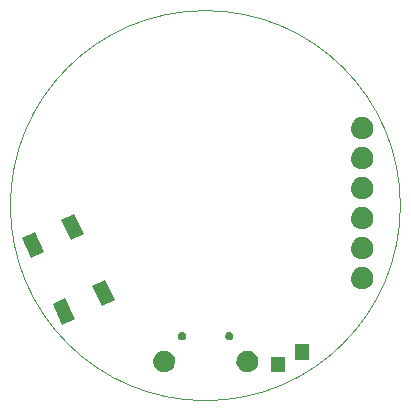
<source format=gbs>
G04 (created by PCBNEW (2013-07-07 BZR 4022)-stable) date 6/15/2015 10:21:50 PM*
%MOIN*%
G04 Gerber Fmt 3.4, Leading zero omitted, Abs format*
%FSLAX34Y34*%
G01*
G70*
G90*
G04 APERTURE LIST*
%ADD10C,0.00590551*%
%ADD11C,0.00393701*%
G04 APERTURE END LIST*
G54D10*
G54D11*
X84500Y-52000D02*
G75*
G03X84500Y-52000I-6500J0D01*
G74*
G01*
G54D10*
G36*
X72621Y-53561D02*
X72192Y-53761D01*
X71876Y-53082D01*
X72305Y-52882D01*
X72621Y-53561D01*
X72621Y-53561D01*
G37*
G36*
X73653Y-55773D02*
X73224Y-55973D01*
X72907Y-55294D01*
X73336Y-55094D01*
X73653Y-55773D01*
X73653Y-55773D01*
G37*
G36*
X73942Y-52945D02*
X73513Y-53145D01*
X73196Y-52466D01*
X73625Y-52266D01*
X73942Y-52945D01*
X73942Y-52945D01*
G37*
G36*
X74973Y-55157D02*
X74544Y-55357D01*
X74228Y-54678D01*
X74657Y-54478D01*
X74973Y-55157D01*
X74973Y-55157D01*
G37*
G36*
X76986Y-57160D02*
X76984Y-57240D01*
X76968Y-57310D01*
X76940Y-57374D01*
X76898Y-57433D01*
X76848Y-57481D01*
X76787Y-57520D01*
X76722Y-57545D01*
X76651Y-57557D01*
X76581Y-57556D01*
X76511Y-57540D01*
X76447Y-57512D01*
X76388Y-57471D01*
X76339Y-57421D01*
X76300Y-57360D01*
X76275Y-57296D01*
X76261Y-57224D01*
X76262Y-57155D01*
X76277Y-57084D01*
X76305Y-57020D01*
X76346Y-56961D01*
X76395Y-56912D01*
X76456Y-56872D01*
X76520Y-56846D01*
X76592Y-56833D01*
X76661Y-56833D01*
X76732Y-56848D01*
X76796Y-56875D01*
X76856Y-56915D01*
X76905Y-56964D01*
X76945Y-57024D01*
X76945Y-57025D01*
X76971Y-57089D01*
X76985Y-57159D01*
X76986Y-57160D01*
X76986Y-57160D01*
G37*
G36*
X77360Y-56336D02*
X77359Y-56365D01*
X77353Y-56392D01*
X77343Y-56415D01*
X77327Y-56438D01*
X77308Y-56455D01*
X77285Y-56470D01*
X77261Y-56479D01*
X77234Y-56484D01*
X77209Y-56484D01*
X77181Y-56477D01*
X77158Y-56467D01*
X77135Y-56451D01*
X77118Y-56433D01*
X77103Y-56410D01*
X77094Y-56387D01*
X77088Y-56359D01*
X77089Y-56334D01*
X77095Y-56306D01*
X77104Y-56284D01*
X77120Y-56260D01*
X77138Y-56243D01*
X77162Y-56227D01*
X77185Y-56218D01*
X77213Y-56213D01*
X77237Y-56213D01*
X77265Y-56219D01*
X77288Y-56228D01*
X77312Y-56244D01*
X77329Y-56262D01*
X77344Y-56285D01*
X77345Y-56285D01*
X77354Y-56308D01*
X77359Y-56335D01*
X77360Y-56336D01*
X77360Y-56336D01*
G37*
G36*
X78934Y-56336D02*
X78934Y-56365D01*
X78927Y-56392D01*
X78917Y-56415D01*
X78901Y-56438D01*
X78883Y-56455D01*
X78859Y-56470D01*
X78836Y-56479D01*
X78808Y-56484D01*
X78783Y-56484D01*
X78756Y-56477D01*
X78733Y-56467D01*
X78710Y-56451D01*
X78692Y-56433D01*
X78677Y-56410D01*
X78668Y-56387D01*
X78663Y-56359D01*
X78663Y-56334D01*
X78669Y-56306D01*
X78679Y-56284D01*
X78695Y-56260D01*
X78713Y-56243D01*
X78736Y-56227D01*
X78759Y-56218D01*
X78787Y-56213D01*
X78812Y-56213D01*
X78840Y-56219D01*
X78862Y-56228D01*
X78886Y-56244D01*
X78903Y-56262D01*
X78919Y-56285D01*
X78919Y-56285D01*
X78928Y-56308D01*
X78934Y-56335D01*
X78934Y-56336D01*
X78934Y-56336D01*
G37*
G36*
X79761Y-57160D02*
X79760Y-57240D01*
X79744Y-57310D01*
X79716Y-57374D01*
X79674Y-57433D01*
X79624Y-57481D01*
X79563Y-57520D01*
X79498Y-57545D01*
X79426Y-57557D01*
X79357Y-57556D01*
X79286Y-57540D01*
X79223Y-57512D01*
X79163Y-57471D01*
X79115Y-57421D01*
X79076Y-57360D01*
X79050Y-57296D01*
X79037Y-57224D01*
X79038Y-57155D01*
X79053Y-57084D01*
X79080Y-57020D01*
X79121Y-56961D01*
X79171Y-56912D01*
X79232Y-56872D01*
X79296Y-56846D01*
X79367Y-56833D01*
X79436Y-56833D01*
X79508Y-56848D01*
X79571Y-56875D01*
X79632Y-56915D01*
X79680Y-56964D01*
X79720Y-57024D01*
X79721Y-57025D01*
X79747Y-57089D01*
X79761Y-57159D01*
X79761Y-57160D01*
X79761Y-57160D01*
G37*
G36*
X80661Y-57556D02*
X80188Y-57556D01*
X80188Y-57043D01*
X80661Y-57043D01*
X80661Y-57556D01*
X80661Y-57556D01*
G37*
G36*
X81461Y-57131D02*
X80988Y-57131D01*
X80988Y-56618D01*
X81461Y-56618D01*
X81461Y-57131D01*
X81461Y-57131D01*
G37*
G36*
X83596Y-49378D02*
X83595Y-49459D01*
X83578Y-49532D01*
X83549Y-49597D01*
X83507Y-49657D01*
X83455Y-49706D01*
X83392Y-49746D01*
X83326Y-49771D01*
X83253Y-49784D01*
X83182Y-49783D01*
X83110Y-49767D01*
X83045Y-49739D01*
X82984Y-49696D01*
X82935Y-49645D01*
X82894Y-49583D01*
X82868Y-49517D01*
X82855Y-49444D01*
X82856Y-49373D01*
X82871Y-49300D01*
X82899Y-49235D01*
X82941Y-49174D01*
X82992Y-49124D01*
X83054Y-49084D01*
X83120Y-49057D01*
X83193Y-49043D01*
X83263Y-49044D01*
X83336Y-49059D01*
X83402Y-49086D01*
X83463Y-49128D01*
X83513Y-49178D01*
X83514Y-49179D01*
X83554Y-49239D01*
X83554Y-49240D01*
X83581Y-49305D01*
X83581Y-49306D01*
X83596Y-49377D01*
X83596Y-49378D01*
X83596Y-49378D01*
G37*
G36*
X83596Y-50378D02*
X83595Y-50459D01*
X83578Y-50532D01*
X83549Y-50597D01*
X83507Y-50657D01*
X83455Y-50706D01*
X83392Y-50746D01*
X83326Y-50771D01*
X83253Y-50784D01*
X83182Y-50783D01*
X83110Y-50767D01*
X83045Y-50739D01*
X82984Y-50696D01*
X82935Y-50645D01*
X82894Y-50583D01*
X82868Y-50517D01*
X82855Y-50444D01*
X82856Y-50373D01*
X82871Y-50300D01*
X82899Y-50235D01*
X82941Y-50174D01*
X82992Y-50124D01*
X83054Y-50084D01*
X83120Y-50057D01*
X83193Y-50043D01*
X83263Y-50044D01*
X83336Y-50059D01*
X83402Y-50086D01*
X83463Y-50128D01*
X83513Y-50178D01*
X83514Y-50179D01*
X83554Y-50239D01*
X83554Y-50240D01*
X83581Y-50305D01*
X83581Y-50306D01*
X83596Y-50377D01*
X83596Y-50378D01*
X83596Y-50378D01*
G37*
G36*
X83596Y-51378D02*
X83595Y-51459D01*
X83578Y-51532D01*
X83549Y-51597D01*
X83507Y-51657D01*
X83455Y-51706D01*
X83392Y-51746D01*
X83326Y-51771D01*
X83253Y-51784D01*
X83182Y-51783D01*
X83110Y-51767D01*
X83045Y-51739D01*
X82984Y-51696D01*
X82935Y-51645D01*
X82894Y-51583D01*
X82868Y-51517D01*
X82855Y-51444D01*
X82856Y-51373D01*
X82871Y-51300D01*
X82899Y-51235D01*
X82941Y-51174D01*
X82992Y-51124D01*
X83054Y-51084D01*
X83120Y-51057D01*
X83193Y-51043D01*
X83263Y-51044D01*
X83336Y-51059D01*
X83402Y-51086D01*
X83463Y-51128D01*
X83513Y-51178D01*
X83514Y-51179D01*
X83554Y-51239D01*
X83554Y-51240D01*
X83581Y-51305D01*
X83581Y-51306D01*
X83596Y-51377D01*
X83596Y-51378D01*
X83596Y-51378D01*
G37*
G36*
X83596Y-52378D02*
X83595Y-52459D01*
X83578Y-52532D01*
X83549Y-52597D01*
X83507Y-52657D01*
X83455Y-52706D01*
X83392Y-52746D01*
X83326Y-52771D01*
X83253Y-52784D01*
X83182Y-52783D01*
X83110Y-52767D01*
X83045Y-52739D01*
X82984Y-52696D01*
X82935Y-52645D01*
X82894Y-52583D01*
X82868Y-52517D01*
X82855Y-52444D01*
X82856Y-52373D01*
X82871Y-52300D01*
X82899Y-52235D01*
X82941Y-52174D01*
X82992Y-52124D01*
X83054Y-52084D01*
X83120Y-52057D01*
X83193Y-52043D01*
X83263Y-52044D01*
X83336Y-52059D01*
X83402Y-52086D01*
X83463Y-52128D01*
X83513Y-52178D01*
X83514Y-52179D01*
X83554Y-52239D01*
X83554Y-52240D01*
X83581Y-52305D01*
X83581Y-52306D01*
X83596Y-52377D01*
X83596Y-52378D01*
X83596Y-52378D01*
G37*
G36*
X83596Y-53378D02*
X83595Y-53459D01*
X83578Y-53532D01*
X83549Y-53597D01*
X83507Y-53657D01*
X83455Y-53706D01*
X83392Y-53746D01*
X83326Y-53771D01*
X83253Y-53784D01*
X83182Y-53783D01*
X83110Y-53767D01*
X83045Y-53739D01*
X82984Y-53696D01*
X82935Y-53645D01*
X82894Y-53583D01*
X82868Y-53517D01*
X82855Y-53444D01*
X82856Y-53373D01*
X82871Y-53300D01*
X82899Y-53235D01*
X82941Y-53174D01*
X82992Y-53124D01*
X83054Y-53084D01*
X83120Y-53057D01*
X83193Y-53043D01*
X83263Y-53044D01*
X83336Y-53059D01*
X83402Y-53086D01*
X83463Y-53128D01*
X83513Y-53178D01*
X83514Y-53179D01*
X83554Y-53239D01*
X83554Y-53240D01*
X83581Y-53305D01*
X83581Y-53306D01*
X83596Y-53377D01*
X83596Y-53378D01*
X83596Y-53378D01*
G37*
G36*
X83596Y-54378D02*
X83595Y-54459D01*
X83578Y-54532D01*
X83549Y-54597D01*
X83507Y-54657D01*
X83455Y-54706D01*
X83392Y-54746D01*
X83326Y-54771D01*
X83253Y-54784D01*
X83182Y-54783D01*
X83110Y-54767D01*
X83045Y-54739D01*
X82984Y-54696D01*
X82935Y-54645D01*
X82894Y-54583D01*
X82868Y-54517D01*
X82855Y-54444D01*
X82856Y-54373D01*
X82871Y-54300D01*
X82899Y-54235D01*
X82941Y-54174D01*
X82992Y-54124D01*
X83054Y-54084D01*
X83120Y-54057D01*
X83193Y-54043D01*
X83263Y-54044D01*
X83336Y-54059D01*
X83402Y-54086D01*
X83463Y-54128D01*
X83513Y-54178D01*
X83514Y-54179D01*
X83554Y-54239D01*
X83554Y-54240D01*
X83581Y-54305D01*
X83581Y-54306D01*
X83596Y-54377D01*
X83596Y-54378D01*
X83596Y-54378D01*
G37*
M02*

</source>
